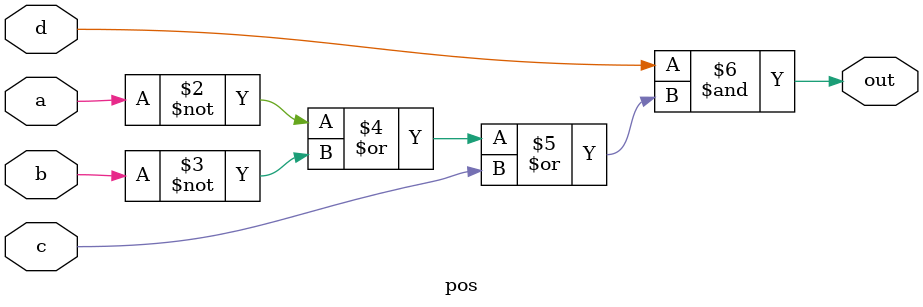
<source format=v>
module bool_pos;
reg A,B,C,D;
wire out;
pos aa(.out(out),.a(A),.b(B),.c(C),.d(D));
initial begin
#0  A=0; B=0; C=0 ; D=0; 
#10 A=0; B=0; C=0;  D=1;
#10 A=0; B=0; C =1 ;D=0;
#10 A=0; B=0; C =1 ;D=1;
#10 A=0; B=1; C =0; D=0;
#10 A=0; B=1; C =0 ;D=1;
#10 A=0; B=1; C =1; D=0;
#10 A=0; B=1; C =1; D=1;
#10 A=1; B=0; C=0;  D=0; 
#10 A=1; B=0; C =0 ;D=1;
#10 A=1; B=0; C =1 ;D=0;
#10 A=1; B=0; C =1 ;D=1;
#10 A=1; B=1; C =0 ;D=0;
#10 A=1; B=1; C =0 ;D=1;
#10 A=1; B=1; C =1 ;D=0;
#10 A=1; B=1; C =1 ;D=1;
end
initial begin
    $display("Que 2 -- Behavioral Model -- D.K.Venkata Hem -- 2020503007");
    $monitor("\nA = %b B = %b C = %b D = %b\nD*(A' + B' + C) = %b\tTime = %3d",A,B,C,D,out,$time);
end
endmodule

module pos(out,a,b,c,d);
input a,b,c,d;
output out;
reg out;
always@(a,b,c,d)
begin
  out = d&((~a)|(~b)|c);
end
endmodule
</source>
